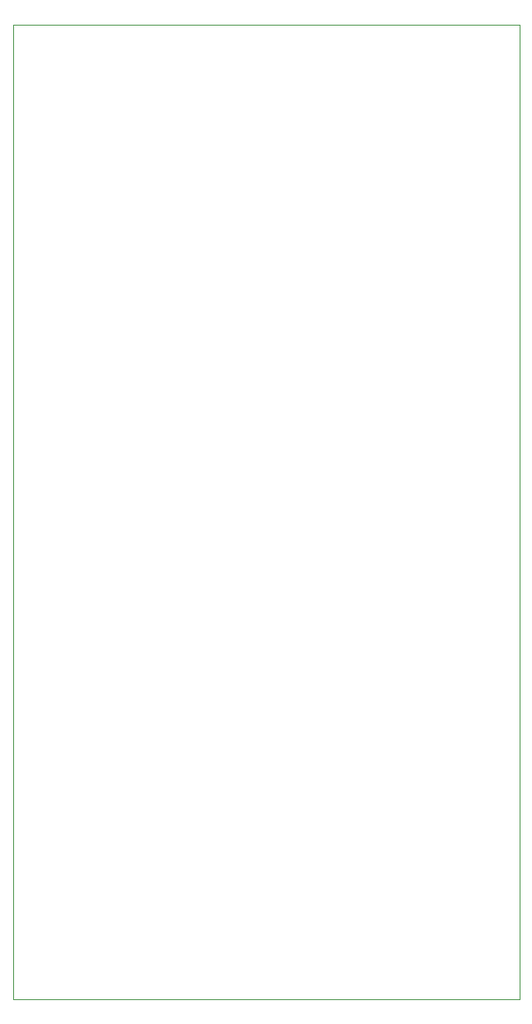
<source format=gbr>
%TF.GenerationSoftware,KiCad,Pcbnew,8.0.5*%
%TF.CreationDate,2025-03-27T12:09:55+00:00*%
%TF.ProjectId,pcb_antenna,7063625f-616e-4746-956e-6e612e6b6963,rev?*%
%TF.SameCoordinates,Original*%
%TF.FileFunction,Profile,NP*%
%FSLAX46Y46*%
G04 Gerber Fmt 4.6, Leading zero omitted, Abs format (unit mm)*
G04 Created by KiCad (PCBNEW 8.0.5) date 2025-03-27 12:09:55*
%MOMM*%
%LPD*%
G01*
G04 APERTURE LIST*
%TA.AperFunction,Profile*%
%ADD10C,0.050000*%
%TD*%
G04 APERTURE END LIST*
D10*
X126000000Y-165000000D02*
X74000000Y-165000000D01*
X126000000Y-65000000D02*
X126000000Y-165000000D01*
X74000000Y-65000000D02*
X126000000Y-65000000D01*
X74000000Y-165000000D02*
X74000000Y-65000000D01*
M02*

</source>
